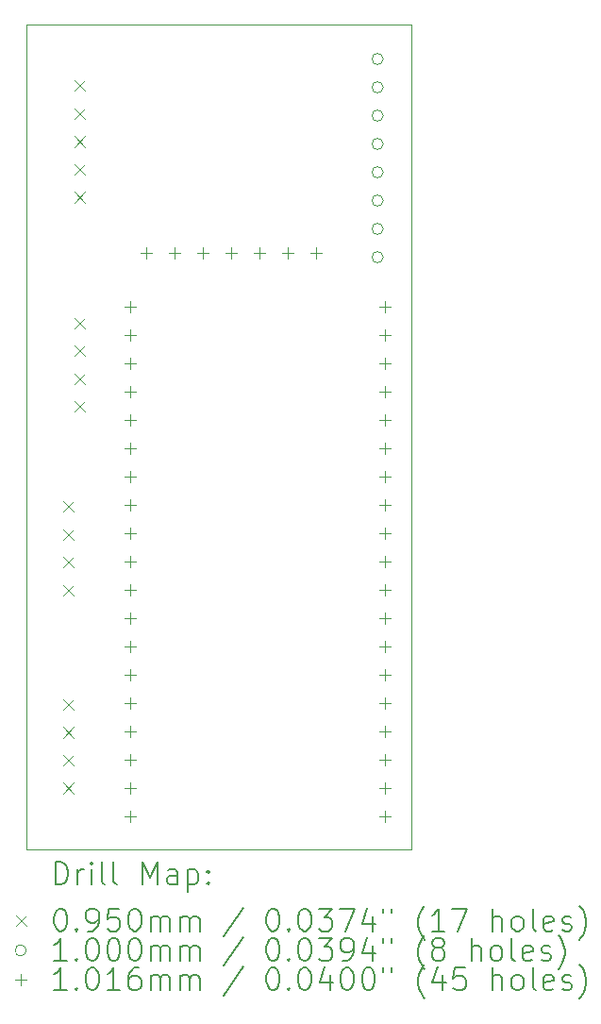
<source format=gbr>
%TF.GenerationSoftware,KiCad,Pcbnew,8.0.1*%
%TF.CreationDate,2024-04-28T12:45:51+02:00*%
%TF.ProjectId,MainControllerNodeMCU-32S,4d61696e-436f-46e7-9472-6f6c6c65724e,rev?*%
%TF.SameCoordinates,Original*%
%TF.FileFunction,Drillmap*%
%TF.FilePolarity,Positive*%
%FSLAX45Y45*%
G04 Gerber Fmt 4.5, Leading zero omitted, Abs format (unit mm)*
G04 Created by KiCad (PCBNEW 8.0.1) date 2024-04-28 12:45:51*
%MOMM*%
%LPD*%
G01*
G04 APERTURE LIST*
%ADD10C,0.050000*%
%ADD11C,0.200000*%
%ADD12C,0.100000*%
%ADD13C,0.101600*%
G04 APERTURE END LIST*
D10*
X13844680Y-6510380D02*
X17294680Y-6510380D01*
X17294680Y-13910380D01*
X13844680Y-13910380D01*
X13844680Y-6510380D01*
D11*
D12*
X14172180Y-10787880D02*
X14267180Y-10882880D01*
X14267180Y-10787880D02*
X14172180Y-10882880D01*
X14172180Y-11037880D02*
X14267180Y-11132880D01*
X14267180Y-11037880D02*
X14172180Y-11132880D01*
X14172180Y-11287880D02*
X14267180Y-11382880D01*
X14267180Y-11287880D02*
X14172180Y-11382880D01*
X14172180Y-11537880D02*
X14267180Y-11632880D01*
X14267180Y-11537880D02*
X14172180Y-11632880D01*
X14172180Y-12562880D02*
X14267180Y-12657880D01*
X14267180Y-12562880D02*
X14172180Y-12657880D01*
X14172180Y-12812880D02*
X14267180Y-12907880D01*
X14267180Y-12812880D02*
X14172180Y-12907880D01*
X14172180Y-13062880D02*
X14267180Y-13157880D01*
X14267180Y-13062880D02*
X14172180Y-13157880D01*
X14172180Y-13312880D02*
X14267180Y-13407880D01*
X14267180Y-13312880D02*
X14172180Y-13407880D01*
X14277180Y-7012880D02*
X14372180Y-7107880D01*
X14372180Y-7012880D02*
X14277180Y-7107880D01*
X14277180Y-7262880D02*
X14372180Y-7357880D01*
X14372180Y-7262880D02*
X14277180Y-7357880D01*
X14277180Y-7512880D02*
X14372180Y-7607880D01*
X14372180Y-7512880D02*
X14277180Y-7607880D01*
X14277180Y-7762880D02*
X14372180Y-7857880D01*
X14372180Y-7762880D02*
X14277180Y-7857880D01*
X14277180Y-8012880D02*
X14372180Y-8107880D01*
X14372180Y-8012880D02*
X14277180Y-8107880D01*
X14277180Y-9140380D02*
X14372180Y-9235380D01*
X14372180Y-9140380D02*
X14277180Y-9235380D01*
X14277180Y-9390380D02*
X14372180Y-9485380D01*
X14372180Y-9390380D02*
X14277180Y-9485380D01*
X14277180Y-9640380D02*
X14372180Y-9735380D01*
X14372180Y-9640380D02*
X14277180Y-9735380D01*
X14277180Y-9890380D02*
X14372180Y-9985380D01*
X14372180Y-9890380D02*
X14277180Y-9985380D01*
X17044680Y-6820380D02*
G75*
G02*
X16944680Y-6820380I-50000J0D01*
G01*
X16944680Y-6820380D02*
G75*
G02*
X17044680Y-6820380I50000J0D01*
G01*
X17044680Y-7074380D02*
G75*
G02*
X16944680Y-7074380I-50000J0D01*
G01*
X16944680Y-7074380D02*
G75*
G02*
X17044680Y-7074380I50000J0D01*
G01*
X17044680Y-7328380D02*
G75*
G02*
X16944680Y-7328380I-50000J0D01*
G01*
X16944680Y-7328380D02*
G75*
G02*
X17044680Y-7328380I50000J0D01*
G01*
X17044680Y-7582380D02*
G75*
G02*
X16944680Y-7582380I-50000J0D01*
G01*
X16944680Y-7582380D02*
G75*
G02*
X17044680Y-7582380I50000J0D01*
G01*
X17044680Y-7836380D02*
G75*
G02*
X16944680Y-7836380I-50000J0D01*
G01*
X16944680Y-7836380D02*
G75*
G02*
X17044680Y-7836380I50000J0D01*
G01*
X17044680Y-8090380D02*
G75*
G02*
X16944680Y-8090380I-50000J0D01*
G01*
X16944680Y-8090380D02*
G75*
G02*
X17044680Y-8090380I50000J0D01*
G01*
X17044680Y-8344380D02*
G75*
G02*
X16944680Y-8344380I-50000J0D01*
G01*
X16944680Y-8344380D02*
G75*
G02*
X17044680Y-8344380I50000J0D01*
G01*
X17044680Y-8598380D02*
G75*
G02*
X16944680Y-8598380I-50000J0D01*
G01*
X16944680Y-8598380D02*
G75*
G02*
X17044680Y-8598380I50000J0D01*
G01*
D13*
X14778440Y-8994380D02*
X14778440Y-9095980D01*
X14727640Y-9045180D02*
X14829240Y-9045180D01*
X14778440Y-9248380D02*
X14778440Y-9349980D01*
X14727640Y-9299180D02*
X14829240Y-9299180D01*
X14778440Y-9502380D02*
X14778440Y-9603980D01*
X14727640Y-9553180D02*
X14829240Y-9553180D01*
X14778440Y-9756380D02*
X14778440Y-9857980D01*
X14727640Y-9807180D02*
X14829240Y-9807180D01*
X14778440Y-10010380D02*
X14778440Y-10111980D01*
X14727640Y-10061180D02*
X14829240Y-10061180D01*
X14778440Y-10264380D02*
X14778440Y-10365980D01*
X14727640Y-10315180D02*
X14829240Y-10315180D01*
X14778440Y-10518380D02*
X14778440Y-10619980D01*
X14727640Y-10569180D02*
X14829240Y-10569180D01*
X14778440Y-10772380D02*
X14778440Y-10873980D01*
X14727640Y-10823180D02*
X14829240Y-10823180D01*
X14778440Y-11026380D02*
X14778440Y-11127980D01*
X14727640Y-11077180D02*
X14829240Y-11077180D01*
X14778440Y-11280380D02*
X14778440Y-11381980D01*
X14727640Y-11331180D02*
X14829240Y-11331180D01*
X14778440Y-11534380D02*
X14778440Y-11635980D01*
X14727640Y-11585180D02*
X14829240Y-11585180D01*
X14778440Y-11788380D02*
X14778440Y-11889980D01*
X14727640Y-11839180D02*
X14829240Y-11839180D01*
X14778440Y-12042380D02*
X14778440Y-12143980D01*
X14727640Y-12093180D02*
X14829240Y-12093180D01*
X14778440Y-12296380D02*
X14778440Y-12397980D01*
X14727640Y-12347180D02*
X14829240Y-12347180D01*
X14778440Y-12550380D02*
X14778440Y-12651980D01*
X14727640Y-12601180D02*
X14829240Y-12601180D01*
X14778440Y-12804380D02*
X14778440Y-12905980D01*
X14727640Y-12855180D02*
X14829240Y-12855180D01*
X14778440Y-13058380D02*
X14778440Y-13159980D01*
X14727640Y-13109180D02*
X14829240Y-13109180D01*
X14778440Y-13312380D02*
X14778440Y-13413980D01*
X14727640Y-13363180D02*
X14829240Y-13363180D01*
X14778440Y-13566380D02*
X14778440Y-13667980D01*
X14727640Y-13617180D02*
X14829240Y-13617180D01*
X14916000Y-8509580D02*
X14916000Y-8611180D01*
X14865200Y-8560380D02*
X14966800Y-8560380D01*
X15170000Y-8509580D02*
X15170000Y-8611180D01*
X15119200Y-8560380D02*
X15220800Y-8560380D01*
X15424000Y-8509580D02*
X15424000Y-8611180D01*
X15373200Y-8560380D02*
X15474800Y-8560380D01*
X15678000Y-8509580D02*
X15678000Y-8611180D01*
X15627200Y-8560380D02*
X15728800Y-8560380D01*
X15932000Y-8509580D02*
X15932000Y-8611180D01*
X15881200Y-8560380D02*
X15982800Y-8560380D01*
X16186000Y-8509580D02*
X16186000Y-8611180D01*
X16135200Y-8560380D02*
X16236800Y-8560380D01*
X16440000Y-8509580D02*
X16440000Y-8611180D01*
X16389200Y-8560380D02*
X16490800Y-8560380D01*
X17064440Y-8994380D02*
X17064440Y-9095980D01*
X17013640Y-9045180D02*
X17115240Y-9045180D01*
X17064440Y-9248380D02*
X17064440Y-9349980D01*
X17013640Y-9299180D02*
X17115240Y-9299180D01*
X17064440Y-9502380D02*
X17064440Y-9603980D01*
X17013640Y-9553180D02*
X17115240Y-9553180D01*
X17064440Y-9756380D02*
X17064440Y-9857980D01*
X17013640Y-9807180D02*
X17115240Y-9807180D01*
X17064440Y-10010380D02*
X17064440Y-10111980D01*
X17013640Y-10061180D02*
X17115240Y-10061180D01*
X17064440Y-10264380D02*
X17064440Y-10365980D01*
X17013640Y-10315180D02*
X17115240Y-10315180D01*
X17064440Y-10518380D02*
X17064440Y-10619980D01*
X17013640Y-10569180D02*
X17115240Y-10569180D01*
X17064440Y-10772380D02*
X17064440Y-10873980D01*
X17013640Y-10823180D02*
X17115240Y-10823180D01*
X17064440Y-11026380D02*
X17064440Y-11127980D01*
X17013640Y-11077180D02*
X17115240Y-11077180D01*
X17064440Y-11280380D02*
X17064440Y-11381980D01*
X17013640Y-11331180D02*
X17115240Y-11331180D01*
X17064440Y-11534380D02*
X17064440Y-11635980D01*
X17013640Y-11585180D02*
X17115240Y-11585180D01*
X17064440Y-11788380D02*
X17064440Y-11889980D01*
X17013640Y-11839180D02*
X17115240Y-11839180D01*
X17064440Y-12042380D02*
X17064440Y-12143980D01*
X17013640Y-12093180D02*
X17115240Y-12093180D01*
X17064440Y-12296380D02*
X17064440Y-12397980D01*
X17013640Y-12347180D02*
X17115240Y-12347180D01*
X17064440Y-12550380D02*
X17064440Y-12651980D01*
X17013640Y-12601180D02*
X17115240Y-12601180D01*
X17064440Y-12804380D02*
X17064440Y-12905980D01*
X17013640Y-12855180D02*
X17115240Y-12855180D01*
X17064440Y-13058380D02*
X17064440Y-13159980D01*
X17013640Y-13109180D02*
X17115240Y-13109180D01*
X17064440Y-13312380D02*
X17064440Y-13413980D01*
X17013640Y-13363180D02*
X17115240Y-13363180D01*
X17064440Y-13566380D02*
X17064440Y-13667980D01*
X17013640Y-13617180D02*
X17115240Y-13617180D01*
D11*
X14102957Y-14224364D02*
X14102957Y-14024364D01*
X14102957Y-14024364D02*
X14150576Y-14024364D01*
X14150576Y-14024364D02*
X14179147Y-14033888D01*
X14179147Y-14033888D02*
X14198195Y-14052935D01*
X14198195Y-14052935D02*
X14207719Y-14071983D01*
X14207719Y-14071983D02*
X14217242Y-14110078D01*
X14217242Y-14110078D02*
X14217242Y-14138649D01*
X14217242Y-14138649D02*
X14207719Y-14176745D01*
X14207719Y-14176745D02*
X14198195Y-14195792D01*
X14198195Y-14195792D02*
X14179147Y-14214840D01*
X14179147Y-14214840D02*
X14150576Y-14224364D01*
X14150576Y-14224364D02*
X14102957Y-14224364D01*
X14302957Y-14224364D02*
X14302957Y-14091030D01*
X14302957Y-14129126D02*
X14312481Y-14110078D01*
X14312481Y-14110078D02*
X14322004Y-14100554D01*
X14322004Y-14100554D02*
X14341052Y-14091030D01*
X14341052Y-14091030D02*
X14360100Y-14091030D01*
X14426766Y-14224364D02*
X14426766Y-14091030D01*
X14426766Y-14024364D02*
X14417242Y-14033888D01*
X14417242Y-14033888D02*
X14426766Y-14043411D01*
X14426766Y-14043411D02*
X14436290Y-14033888D01*
X14436290Y-14033888D02*
X14426766Y-14024364D01*
X14426766Y-14024364D02*
X14426766Y-14043411D01*
X14550576Y-14224364D02*
X14531528Y-14214840D01*
X14531528Y-14214840D02*
X14522004Y-14195792D01*
X14522004Y-14195792D02*
X14522004Y-14024364D01*
X14655338Y-14224364D02*
X14636290Y-14214840D01*
X14636290Y-14214840D02*
X14626766Y-14195792D01*
X14626766Y-14195792D02*
X14626766Y-14024364D01*
X14883909Y-14224364D02*
X14883909Y-14024364D01*
X14883909Y-14024364D02*
X14950576Y-14167221D01*
X14950576Y-14167221D02*
X15017242Y-14024364D01*
X15017242Y-14024364D02*
X15017242Y-14224364D01*
X15198195Y-14224364D02*
X15198195Y-14119602D01*
X15198195Y-14119602D02*
X15188671Y-14100554D01*
X15188671Y-14100554D02*
X15169623Y-14091030D01*
X15169623Y-14091030D02*
X15131528Y-14091030D01*
X15131528Y-14091030D02*
X15112481Y-14100554D01*
X15198195Y-14214840D02*
X15179147Y-14224364D01*
X15179147Y-14224364D02*
X15131528Y-14224364D01*
X15131528Y-14224364D02*
X15112481Y-14214840D01*
X15112481Y-14214840D02*
X15102957Y-14195792D01*
X15102957Y-14195792D02*
X15102957Y-14176745D01*
X15102957Y-14176745D02*
X15112481Y-14157697D01*
X15112481Y-14157697D02*
X15131528Y-14148173D01*
X15131528Y-14148173D02*
X15179147Y-14148173D01*
X15179147Y-14148173D02*
X15198195Y-14138649D01*
X15293433Y-14091030D02*
X15293433Y-14291030D01*
X15293433Y-14100554D02*
X15312481Y-14091030D01*
X15312481Y-14091030D02*
X15350576Y-14091030D01*
X15350576Y-14091030D02*
X15369623Y-14100554D01*
X15369623Y-14100554D02*
X15379147Y-14110078D01*
X15379147Y-14110078D02*
X15388671Y-14129126D01*
X15388671Y-14129126D02*
X15388671Y-14186268D01*
X15388671Y-14186268D02*
X15379147Y-14205316D01*
X15379147Y-14205316D02*
X15369623Y-14214840D01*
X15369623Y-14214840D02*
X15350576Y-14224364D01*
X15350576Y-14224364D02*
X15312481Y-14224364D01*
X15312481Y-14224364D02*
X15293433Y-14214840D01*
X15474385Y-14205316D02*
X15483909Y-14214840D01*
X15483909Y-14214840D02*
X15474385Y-14224364D01*
X15474385Y-14224364D02*
X15464862Y-14214840D01*
X15464862Y-14214840D02*
X15474385Y-14205316D01*
X15474385Y-14205316D02*
X15474385Y-14224364D01*
X15474385Y-14100554D02*
X15483909Y-14110078D01*
X15483909Y-14110078D02*
X15474385Y-14119602D01*
X15474385Y-14119602D02*
X15464862Y-14110078D01*
X15464862Y-14110078D02*
X15474385Y-14100554D01*
X15474385Y-14100554D02*
X15474385Y-14119602D01*
D12*
X13747180Y-14505380D02*
X13842180Y-14600380D01*
X13842180Y-14505380D02*
X13747180Y-14600380D01*
D11*
X14141052Y-14444364D02*
X14160100Y-14444364D01*
X14160100Y-14444364D02*
X14179147Y-14453888D01*
X14179147Y-14453888D02*
X14188671Y-14463411D01*
X14188671Y-14463411D02*
X14198195Y-14482459D01*
X14198195Y-14482459D02*
X14207719Y-14520554D01*
X14207719Y-14520554D02*
X14207719Y-14568173D01*
X14207719Y-14568173D02*
X14198195Y-14606268D01*
X14198195Y-14606268D02*
X14188671Y-14625316D01*
X14188671Y-14625316D02*
X14179147Y-14634840D01*
X14179147Y-14634840D02*
X14160100Y-14644364D01*
X14160100Y-14644364D02*
X14141052Y-14644364D01*
X14141052Y-14644364D02*
X14122004Y-14634840D01*
X14122004Y-14634840D02*
X14112481Y-14625316D01*
X14112481Y-14625316D02*
X14102957Y-14606268D01*
X14102957Y-14606268D02*
X14093433Y-14568173D01*
X14093433Y-14568173D02*
X14093433Y-14520554D01*
X14093433Y-14520554D02*
X14102957Y-14482459D01*
X14102957Y-14482459D02*
X14112481Y-14463411D01*
X14112481Y-14463411D02*
X14122004Y-14453888D01*
X14122004Y-14453888D02*
X14141052Y-14444364D01*
X14293433Y-14625316D02*
X14302957Y-14634840D01*
X14302957Y-14634840D02*
X14293433Y-14644364D01*
X14293433Y-14644364D02*
X14283909Y-14634840D01*
X14283909Y-14634840D02*
X14293433Y-14625316D01*
X14293433Y-14625316D02*
X14293433Y-14644364D01*
X14398195Y-14644364D02*
X14436290Y-14644364D01*
X14436290Y-14644364D02*
X14455338Y-14634840D01*
X14455338Y-14634840D02*
X14464862Y-14625316D01*
X14464862Y-14625316D02*
X14483909Y-14596745D01*
X14483909Y-14596745D02*
X14493433Y-14558649D01*
X14493433Y-14558649D02*
X14493433Y-14482459D01*
X14493433Y-14482459D02*
X14483909Y-14463411D01*
X14483909Y-14463411D02*
X14474385Y-14453888D01*
X14474385Y-14453888D02*
X14455338Y-14444364D01*
X14455338Y-14444364D02*
X14417242Y-14444364D01*
X14417242Y-14444364D02*
X14398195Y-14453888D01*
X14398195Y-14453888D02*
X14388671Y-14463411D01*
X14388671Y-14463411D02*
X14379147Y-14482459D01*
X14379147Y-14482459D02*
X14379147Y-14530078D01*
X14379147Y-14530078D02*
X14388671Y-14549126D01*
X14388671Y-14549126D02*
X14398195Y-14558649D01*
X14398195Y-14558649D02*
X14417242Y-14568173D01*
X14417242Y-14568173D02*
X14455338Y-14568173D01*
X14455338Y-14568173D02*
X14474385Y-14558649D01*
X14474385Y-14558649D02*
X14483909Y-14549126D01*
X14483909Y-14549126D02*
X14493433Y-14530078D01*
X14674385Y-14444364D02*
X14579147Y-14444364D01*
X14579147Y-14444364D02*
X14569623Y-14539602D01*
X14569623Y-14539602D02*
X14579147Y-14530078D01*
X14579147Y-14530078D02*
X14598195Y-14520554D01*
X14598195Y-14520554D02*
X14645814Y-14520554D01*
X14645814Y-14520554D02*
X14664862Y-14530078D01*
X14664862Y-14530078D02*
X14674385Y-14539602D01*
X14674385Y-14539602D02*
X14683909Y-14558649D01*
X14683909Y-14558649D02*
X14683909Y-14606268D01*
X14683909Y-14606268D02*
X14674385Y-14625316D01*
X14674385Y-14625316D02*
X14664862Y-14634840D01*
X14664862Y-14634840D02*
X14645814Y-14644364D01*
X14645814Y-14644364D02*
X14598195Y-14644364D01*
X14598195Y-14644364D02*
X14579147Y-14634840D01*
X14579147Y-14634840D02*
X14569623Y-14625316D01*
X14807719Y-14444364D02*
X14826766Y-14444364D01*
X14826766Y-14444364D02*
X14845814Y-14453888D01*
X14845814Y-14453888D02*
X14855338Y-14463411D01*
X14855338Y-14463411D02*
X14864862Y-14482459D01*
X14864862Y-14482459D02*
X14874385Y-14520554D01*
X14874385Y-14520554D02*
X14874385Y-14568173D01*
X14874385Y-14568173D02*
X14864862Y-14606268D01*
X14864862Y-14606268D02*
X14855338Y-14625316D01*
X14855338Y-14625316D02*
X14845814Y-14634840D01*
X14845814Y-14634840D02*
X14826766Y-14644364D01*
X14826766Y-14644364D02*
X14807719Y-14644364D01*
X14807719Y-14644364D02*
X14788671Y-14634840D01*
X14788671Y-14634840D02*
X14779147Y-14625316D01*
X14779147Y-14625316D02*
X14769623Y-14606268D01*
X14769623Y-14606268D02*
X14760100Y-14568173D01*
X14760100Y-14568173D02*
X14760100Y-14520554D01*
X14760100Y-14520554D02*
X14769623Y-14482459D01*
X14769623Y-14482459D02*
X14779147Y-14463411D01*
X14779147Y-14463411D02*
X14788671Y-14453888D01*
X14788671Y-14453888D02*
X14807719Y-14444364D01*
X14960100Y-14644364D02*
X14960100Y-14511030D01*
X14960100Y-14530078D02*
X14969623Y-14520554D01*
X14969623Y-14520554D02*
X14988671Y-14511030D01*
X14988671Y-14511030D02*
X15017243Y-14511030D01*
X15017243Y-14511030D02*
X15036290Y-14520554D01*
X15036290Y-14520554D02*
X15045814Y-14539602D01*
X15045814Y-14539602D02*
X15045814Y-14644364D01*
X15045814Y-14539602D02*
X15055338Y-14520554D01*
X15055338Y-14520554D02*
X15074385Y-14511030D01*
X15074385Y-14511030D02*
X15102957Y-14511030D01*
X15102957Y-14511030D02*
X15122004Y-14520554D01*
X15122004Y-14520554D02*
X15131528Y-14539602D01*
X15131528Y-14539602D02*
X15131528Y-14644364D01*
X15226766Y-14644364D02*
X15226766Y-14511030D01*
X15226766Y-14530078D02*
X15236290Y-14520554D01*
X15236290Y-14520554D02*
X15255338Y-14511030D01*
X15255338Y-14511030D02*
X15283909Y-14511030D01*
X15283909Y-14511030D02*
X15302957Y-14520554D01*
X15302957Y-14520554D02*
X15312481Y-14539602D01*
X15312481Y-14539602D02*
X15312481Y-14644364D01*
X15312481Y-14539602D02*
X15322004Y-14520554D01*
X15322004Y-14520554D02*
X15341052Y-14511030D01*
X15341052Y-14511030D02*
X15369623Y-14511030D01*
X15369623Y-14511030D02*
X15388671Y-14520554D01*
X15388671Y-14520554D02*
X15398195Y-14539602D01*
X15398195Y-14539602D02*
X15398195Y-14644364D01*
X15788671Y-14434840D02*
X15617243Y-14691983D01*
X16045814Y-14444364D02*
X16064862Y-14444364D01*
X16064862Y-14444364D02*
X16083909Y-14453888D01*
X16083909Y-14453888D02*
X16093433Y-14463411D01*
X16093433Y-14463411D02*
X16102957Y-14482459D01*
X16102957Y-14482459D02*
X16112481Y-14520554D01*
X16112481Y-14520554D02*
X16112481Y-14568173D01*
X16112481Y-14568173D02*
X16102957Y-14606268D01*
X16102957Y-14606268D02*
X16093433Y-14625316D01*
X16093433Y-14625316D02*
X16083909Y-14634840D01*
X16083909Y-14634840D02*
X16064862Y-14644364D01*
X16064862Y-14644364D02*
X16045814Y-14644364D01*
X16045814Y-14644364D02*
X16026766Y-14634840D01*
X16026766Y-14634840D02*
X16017243Y-14625316D01*
X16017243Y-14625316D02*
X16007719Y-14606268D01*
X16007719Y-14606268D02*
X15998195Y-14568173D01*
X15998195Y-14568173D02*
X15998195Y-14520554D01*
X15998195Y-14520554D02*
X16007719Y-14482459D01*
X16007719Y-14482459D02*
X16017243Y-14463411D01*
X16017243Y-14463411D02*
X16026766Y-14453888D01*
X16026766Y-14453888D02*
X16045814Y-14444364D01*
X16198195Y-14625316D02*
X16207719Y-14634840D01*
X16207719Y-14634840D02*
X16198195Y-14644364D01*
X16198195Y-14644364D02*
X16188671Y-14634840D01*
X16188671Y-14634840D02*
X16198195Y-14625316D01*
X16198195Y-14625316D02*
X16198195Y-14644364D01*
X16331528Y-14444364D02*
X16350576Y-14444364D01*
X16350576Y-14444364D02*
X16369624Y-14453888D01*
X16369624Y-14453888D02*
X16379147Y-14463411D01*
X16379147Y-14463411D02*
X16388671Y-14482459D01*
X16388671Y-14482459D02*
X16398195Y-14520554D01*
X16398195Y-14520554D02*
X16398195Y-14568173D01*
X16398195Y-14568173D02*
X16388671Y-14606268D01*
X16388671Y-14606268D02*
X16379147Y-14625316D01*
X16379147Y-14625316D02*
X16369624Y-14634840D01*
X16369624Y-14634840D02*
X16350576Y-14644364D01*
X16350576Y-14644364D02*
X16331528Y-14644364D01*
X16331528Y-14644364D02*
X16312481Y-14634840D01*
X16312481Y-14634840D02*
X16302957Y-14625316D01*
X16302957Y-14625316D02*
X16293433Y-14606268D01*
X16293433Y-14606268D02*
X16283909Y-14568173D01*
X16283909Y-14568173D02*
X16283909Y-14520554D01*
X16283909Y-14520554D02*
X16293433Y-14482459D01*
X16293433Y-14482459D02*
X16302957Y-14463411D01*
X16302957Y-14463411D02*
X16312481Y-14453888D01*
X16312481Y-14453888D02*
X16331528Y-14444364D01*
X16464862Y-14444364D02*
X16588671Y-14444364D01*
X16588671Y-14444364D02*
X16522005Y-14520554D01*
X16522005Y-14520554D02*
X16550576Y-14520554D01*
X16550576Y-14520554D02*
X16569624Y-14530078D01*
X16569624Y-14530078D02*
X16579147Y-14539602D01*
X16579147Y-14539602D02*
X16588671Y-14558649D01*
X16588671Y-14558649D02*
X16588671Y-14606268D01*
X16588671Y-14606268D02*
X16579147Y-14625316D01*
X16579147Y-14625316D02*
X16569624Y-14634840D01*
X16569624Y-14634840D02*
X16550576Y-14644364D01*
X16550576Y-14644364D02*
X16493433Y-14644364D01*
X16493433Y-14644364D02*
X16474386Y-14634840D01*
X16474386Y-14634840D02*
X16464862Y-14625316D01*
X16655338Y-14444364D02*
X16788671Y-14444364D01*
X16788671Y-14444364D02*
X16702957Y-14644364D01*
X16950576Y-14511030D02*
X16950576Y-14644364D01*
X16902957Y-14434840D02*
X16855338Y-14577697D01*
X16855338Y-14577697D02*
X16979148Y-14577697D01*
X17045814Y-14444364D02*
X17045814Y-14482459D01*
X17122005Y-14444364D02*
X17122005Y-14482459D01*
X17417243Y-14720554D02*
X17407719Y-14711030D01*
X17407719Y-14711030D02*
X17388671Y-14682459D01*
X17388671Y-14682459D02*
X17379148Y-14663411D01*
X17379148Y-14663411D02*
X17369624Y-14634840D01*
X17369624Y-14634840D02*
X17360100Y-14587221D01*
X17360100Y-14587221D02*
X17360100Y-14549126D01*
X17360100Y-14549126D02*
X17369624Y-14501507D01*
X17369624Y-14501507D02*
X17379148Y-14472935D01*
X17379148Y-14472935D02*
X17388671Y-14453888D01*
X17388671Y-14453888D02*
X17407719Y-14425316D01*
X17407719Y-14425316D02*
X17417243Y-14415792D01*
X17598195Y-14644364D02*
X17483910Y-14644364D01*
X17541052Y-14644364D02*
X17541052Y-14444364D01*
X17541052Y-14444364D02*
X17522005Y-14472935D01*
X17522005Y-14472935D02*
X17502957Y-14491983D01*
X17502957Y-14491983D02*
X17483910Y-14501507D01*
X17664862Y-14444364D02*
X17798195Y-14444364D01*
X17798195Y-14444364D02*
X17712481Y-14644364D01*
X18026767Y-14644364D02*
X18026767Y-14444364D01*
X18112481Y-14644364D02*
X18112481Y-14539602D01*
X18112481Y-14539602D02*
X18102957Y-14520554D01*
X18102957Y-14520554D02*
X18083910Y-14511030D01*
X18083910Y-14511030D02*
X18055338Y-14511030D01*
X18055338Y-14511030D02*
X18036291Y-14520554D01*
X18036291Y-14520554D02*
X18026767Y-14530078D01*
X18236291Y-14644364D02*
X18217243Y-14634840D01*
X18217243Y-14634840D02*
X18207719Y-14625316D01*
X18207719Y-14625316D02*
X18198195Y-14606268D01*
X18198195Y-14606268D02*
X18198195Y-14549126D01*
X18198195Y-14549126D02*
X18207719Y-14530078D01*
X18207719Y-14530078D02*
X18217243Y-14520554D01*
X18217243Y-14520554D02*
X18236291Y-14511030D01*
X18236291Y-14511030D02*
X18264862Y-14511030D01*
X18264862Y-14511030D02*
X18283910Y-14520554D01*
X18283910Y-14520554D02*
X18293433Y-14530078D01*
X18293433Y-14530078D02*
X18302957Y-14549126D01*
X18302957Y-14549126D02*
X18302957Y-14606268D01*
X18302957Y-14606268D02*
X18293433Y-14625316D01*
X18293433Y-14625316D02*
X18283910Y-14634840D01*
X18283910Y-14634840D02*
X18264862Y-14644364D01*
X18264862Y-14644364D02*
X18236291Y-14644364D01*
X18417243Y-14644364D02*
X18398195Y-14634840D01*
X18398195Y-14634840D02*
X18388672Y-14615792D01*
X18388672Y-14615792D02*
X18388672Y-14444364D01*
X18569624Y-14634840D02*
X18550576Y-14644364D01*
X18550576Y-14644364D02*
X18512481Y-14644364D01*
X18512481Y-14644364D02*
X18493433Y-14634840D01*
X18493433Y-14634840D02*
X18483910Y-14615792D01*
X18483910Y-14615792D02*
X18483910Y-14539602D01*
X18483910Y-14539602D02*
X18493433Y-14520554D01*
X18493433Y-14520554D02*
X18512481Y-14511030D01*
X18512481Y-14511030D02*
X18550576Y-14511030D01*
X18550576Y-14511030D02*
X18569624Y-14520554D01*
X18569624Y-14520554D02*
X18579148Y-14539602D01*
X18579148Y-14539602D02*
X18579148Y-14558649D01*
X18579148Y-14558649D02*
X18483910Y-14577697D01*
X18655338Y-14634840D02*
X18674386Y-14644364D01*
X18674386Y-14644364D02*
X18712481Y-14644364D01*
X18712481Y-14644364D02*
X18731529Y-14634840D01*
X18731529Y-14634840D02*
X18741053Y-14615792D01*
X18741053Y-14615792D02*
X18741053Y-14606268D01*
X18741053Y-14606268D02*
X18731529Y-14587221D01*
X18731529Y-14587221D02*
X18712481Y-14577697D01*
X18712481Y-14577697D02*
X18683910Y-14577697D01*
X18683910Y-14577697D02*
X18664862Y-14568173D01*
X18664862Y-14568173D02*
X18655338Y-14549126D01*
X18655338Y-14549126D02*
X18655338Y-14539602D01*
X18655338Y-14539602D02*
X18664862Y-14520554D01*
X18664862Y-14520554D02*
X18683910Y-14511030D01*
X18683910Y-14511030D02*
X18712481Y-14511030D01*
X18712481Y-14511030D02*
X18731529Y-14520554D01*
X18807719Y-14720554D02*
X18817243Y-14711030D01*
X18817243Y-14711030D02*
X18836291Y-14682459D01*
X18836291Y-14682459D02*
X18845814Y-14663411D01*
X18845814Y-14663411D02*
X18855338Y-14634840D01*
X18855338Y-14634840D02*
X18864862Y-14587221D01*
X18864862Y-14587221D02*
X18864862Y-14549126D01*
X18864862Y-14549126D02*
X18855338Y-14501507D01*
X18855338Y-14501507D02*
X18845814Y-14472935D01*
X18845814Y-14472935D02*
X18836291Y-14453888D01*
X18836291Y-14453888D02*
X18817243Y-14425316D01*
X18817243Y-14425316D02*
X18807719Y-14415792D01*
D12*
X13842180Y-14816880D02*
G75*
G02*
X13742180Y-14816880I-50000J0D01*
G01*
X13742180Y-14816880D02*
G75*
G02*
X13842180Y-14816880I50000J0D01*
G01*
D11*
X14207719Y-14908364D02*
X14093433Y-14908364D01*
X14150576Y-14908364D02*
X14150576Y-14708364D01*
X14150576Y-14708364D02*
X14131528Y-14736935D01*
X14131528Y-14736935D02*
X14112481Y-14755983D01*
X14112481Y-14755983D02*
X14093433Y-14765507D01*
X14293433Y-14889316D02*
X14302957Y-14898840D01*
X14302957Y-14898840D02*
X14293433Y-14908364D01*
X14293433Y-14908364D02*
X14283909Y-14898840D01*
X14283909Y-14898840D02*
X14293433Y-14889316D01*
X14293433Y-14889316D02*
X14293433Y-14908364D01*
X14426766Y-14708364D02*
X14445814Y-14708364D01*
X14445814Y-14708364D02*
X14464862Y-14717888D01*
X14464862Y-14717888D02*
X14474385Y-14727411D01*
X14474385Y-14727411D02*
X14483909Y-14746459D01*
X14483909Y-14746459D02*
X14493433Y-14784554D01*
X14493433Y-14784554D02*
X14493433Y-14832173D01*
X14493433Y-14832173D02*
X14483909Y-14870268D01*
X14483909Y-14870268D02*
X14474385Y-14889316D01*
X14474385Y-14889316D02*
X14464862Y-14898840D01*
X14464862Y-14898840D02*
X14445814Y-14908364D01*
X14445814Y-14908364D02*
X14426766Y-14908364D01*
X14426766Y-14908364D02*
X14407719Y-14898840D01*
X14407719Y-14898840D02*
X14398195Y-14889316D01*
X14398195Y-14889316D02*
X14388671Y-14870268D01*
X14388671Y-14870268D02*
X14379147Y-14832173D01*
X14379147Y-14832173D02*
X14379147Y-14784554D01*
X14379147Y-14784554D02*
X14388671Y-14746459D01*
X14388671Y-14746459D02*
X14398195Y-14727411D01*
X14398195Y-14727411D02*
X14407719Y-14717888D01*
X14407719Y-14717888D02*
X14426766Y-14708364D01*
X14617242Y-14708364D02*
X14636290Y-14708364D01*
X14636290Y-14708364D02*
X14655338Y-14717888D01*
X14655338Y-14717888D02*
X14664862Y-14727411D01*
X14664862Y-14727411D02*
X14674385Y-14746459D01*
X14674385Y-14746459D02*
X14683909Y-14784554D01*
X14683909Y-14784554D02*
X14683909Y-14832173D01*
X14683909Y-14832173D02*
X14674385Y-14870268D01*
X14674385Y-14870268D02*
X14664862Y-14889316D01*
X14664862Y-14889316D02*
X14655338Y-14898840D01*
X14655338Y-14898840D02*
X14636290Y-14908364D01*
X14636290Y-14908364D02*
X14617242Y-14908364D01*
X14617242Y-14908364D02*
X14598195Y-14898840D01*
X14598195Y-14898840D02*
X14588671Y-14889316D01*
X14588671Y-14889316D02*
X14579147Y-14870268D01*
X14579147Y-14870268D02*
X14569623Y-14832173D01*
X14569623Y-14832173D02*
X14569623Y-14784554D01*
X14569623Y-14784554D02*
X14579147Y-14746459D01*
X14579147Y-14746459D02*
X14588671Y-14727411D01*
X14588671Y-14727411D02*
X14598195Y-14717888D01*
X14598195Y-14717888D02*
X14617242Y-14708364D01*
X14807719Y-14708364D02*
X14826766Y-14708364D01*
X14826766Y-14708364D02*
X14845814Y-14717888D01*
X14845814Y-14717888D02*
X14855338Y-14727411D01*
X14855338Y-14727411D02*
X14864862Y-14746459D01*
X14864862Y-14746459D02*
X14874385Y-14784554D01*
X14874385Y-14784554D02*
X14874385Y-14832173D01*
X14874385Y-14832173D02*
X14864862Y-14870268D01*
X14864862Y-14870268D02*
X14855338Y-14889316D01*
X14855338Y-14889316D02*
X14845814Y-14898840D01*
X14845814Y-14898840D02*
X14826766Y-14908364D01*
X14826766Y-14908364D02*
X14807719Y-14908364D01*
X14807719Y-14908364D02*
X14788671Y-14898840D01*
X14788671Y-14898840D02*
X14779147Y-14889316D01*
X14779147Y-14889316D02*
X14769623Y-14870268D01*
X14769623Y-14870268D02*
X14760100Y-14832173D01*
X14760100Y-14832173D02*
X14760100Y-14784554D01*
X14760100Y-14784554D02*
X14769623Y-14746459D01*
X14769623Y-14746459D02*
X14779147Y-14727411D01*
X14779147Y-14727411D02*
X14788671Y-14717888D01*
X14788671Y-14717888D02*
X14807719Y-14708364D01*
X14960100Y-14908364D02*
X14960100Y-14775030D01*
X14960100Y-14794078D02*
X14969623Y-14784554D01*
X14969623Y-14784554D02*
X14988671Y-14775030D01*
X14988671Y-14775030D02*
X15017243Y-14775030D01*
X15017243Y-14775030D02*
X15036290Y-14784554D01*
X15036290Y-14784554D02*
X15045814Y-14803602D01*
X15045814Y-14803602D02*
X15045814Y-14908364D01*
X15045814Y-14803602D02*
X15055338Y-14784554D01*
X15055338Y-14784554D02*
X15074385Y-14775030D01*
X15074385Y-14775030D02*
X15102957Y-14775030D01*
X15102957Y-14775030D02*
X15122004Y-14784554D01*
X15122004Y-14784554D02*
X15131528Y-14803602D01*
X15131528Y-14803602D02*
X15131528Y-14908364D01*
X15226766Y-14908364D02*
X15226766Y-14775030D01*
X15226766Y-14794078D02*
X15236290Y-14784554D01*
X15236290Y-14784554D02*
X15255338Y-14775030D01*
X15255338Y-14775030D02*
X15283909Y-14775030D01*
X15283909Y-14775030D02*
X15302957Y-14784554D01*
X15302957Y-14784554D02*
X15312481Y-14803602D01*
X15312481Y-14803602D02*
X15312481Y-14908364D01*
X15312481Y-14803602D02*
X15322004Y-14784554D01*
X15322004Y-14784554D02*
X15341052Y-14775030D01*
X15341052Y-14775030D02*
X15369623Y-14775030D01*
X15369623Y-14775030D02*
X15388671Y-14784554D01*
X15388671Y-14784554D02*
X15398195Y-14803602D01*
X15398195Y-14803602D02*
X15398195Y-14908364D01*
X15788671Y-14698840D02*
X15617243Y-14955983D01*
X16045814Y-14708364D02*
X16064862Y-14708364D01*
X16064862Y-14708364D02*
X16083909Y-14717888D01*
X16083909Y-14717888D02*
X16093433Y-14727411D01*
X16093433Y-14727411D02*
X16102957Y-14746459D01*
X16102957Y-14746459D02*
X16112481Y-14784554D01*
X16112481Y-14784554D02*
X16112481Y-14832173D01*
X16112481Y-14832173D02*
X16102957Y-14870268D01*
X16102957Y-14870268D02*
X16093433Y-14889316D01*
X16093433Y-14889316D02*
X16083909Y-14898840D01*
X16083909Y-14898840D02*
X16064862Y-14908364D01*
X16064862Y-14908364D02*
X16045814Y-14908364D01*
X16045814Y-14908364D02*
X16026766Y-14898840D01*
X16026766Y-14898840D02*
X16017243Y-14889316D01*
X16017243Y-14889316D02*
X16007719Y-14870268D01*
X16007719Y-14870268D02*
X15998195Y-14832173D01*
X15998195Y-14832173D02*
X15998195Y-14784554D01*
X15998195Y-14784554D02*
X16007719Y-14746459D01*
X16007719Y-14746459D02*
X16017243Y-14727411D01*
X16017243Y-14727411D02*
X16026766Y-14717888D01*
X16026766Y-14717888D02*
X16045814Y-14708364D01*
X16198195Y-14889316D02*
X16207719Y-14898840D01*
X16207719Y-14898840D02*
X16198195Y-14908364D01*
X16198195Y-14908364D02*
X16188671Y-14898840D01*
X16188671Y-14898840D02*
X16198195Y-14889316D01*
X16198195Y-14889316D02*
X16198195Y-14908364D01*
X16331528Y-14708364D02*
X16350576Y-14708364D01*
X16350576Y-14708364D02*
X16369624Y-14717888D01*
X16369624Y-14717888D02*
X16379147Y-14727411D01*
X16379147Y-14727411D02*
X16388671Y-14746459D01*
X16388671Y-14746459D02*
X16398195Y-14784554D01*
X16398195Y-14784554D02*
X16398195Y-14832173D01*
X16398195Y-14832173D02*
X16388671Y-14870268D01*
X16388671Y-14870268D02*
X16379147Y-14889316D01*
X16379147Y-14889316D02*
X16369624Y-14898840D01*
X16369624Y-14898840D02*
X16350576Y-14908364D01*
X16350576Y-14908364D02*
X16331528Y-14908364D01*
X16331528Y-14908364D02*
X16312481Y-14898840D01*
X16312481Y-14898840D02*
X16302957Y-14889316D01*
X16302957Y-14889316D02*
X16293433Y-14870268D01*
X16293433Y-14870268D02*
X16283909Y-14832173D01*
X16283909Y-14832173D02*
X16283909Y-14784554D01*
X16283909Y-14784554D02*
X16293433Y-14746459D01*
X16293433Y-14746459D02*
X16302957Y-14727411D01*
X16302957Y-14727411D02*
X16312481Y-14717888D01*
X16312481Y-14717888D02*
X16331528Y-14708364D01*
X16464862Y-14708364D02*
X16588671Y-14708364D01*
X16588671Y-14708364D02*
X16522005Y-14784554D01*
X16522005Y-14784554D02*
X16550576Y-14784554D01*
X16550576Y-14784554D02*
X16569624Y-14794078D01*
X16569624Y-14794078D02*
X16579147Y-14803602D01*
X16579147Y-14803602D02*
X16588671Y-14822649D01*
X16588671Y-14822649D02*
X16588671Y-14870268D01*
X16588671Y-14870268D02*
X16579147Y-14889316D01*
X16579147Y-14889316D02*
X16569624Y-14898840D01*
X16569624Y-14898840D02*
X16550576Y-14908364D01*
X16550576Y-14908364D02*
X16493433Y-14908364D01*
X16493433Y-14908364D02*
X16474386Y-14898840D01*
X16474386Y-14898840D02*
X16464862Y-14889316D01*
X16683909Y-14908364D02*
X16722005Y-14908364D01*
X16722005Y-14908364D02*
X16741052Y-14898840D01*
X16741052Y-14898840D02*
X16750576Y-14889316D01*
X16750576Y-14889316D02*
X16769624Y-14860745D01*
X16769624Y-14860745D02*
X16779148Y-14822649D01*
X16779148Y-14822649D02*
X16779148Y-14746459D01*
X16779148Y-14746459D02*
X16769624Y-14727411D01*
X16769624Y-14727411D02*
X16760100Y-14717888D01*
X16760100Y-14717888D02*
X16741052Y-14708364D01*
X16741052Y-14708364D02*
X16702957Y-14708364D01*
X16702957Y-14708364D02*
X16683909Y-14717888D01*
X16683909Y-14717888D02*
X16674386Y-14727411D01*
X16674386Y-14727411D02*
X16664862Y-14746459D01*
X16664862Y-14746459D02*
X16664862Y-14794078D01*
X16664862Y-14794078D02*
X16674386Y-14813126D01*
X16674386Y-14813126D02*
X16683909Y-14822649D01*
X16683909Y-14822649D02*
X16702957Y-14832173D01*
X16702957Y-14832173D02*
X16741052Y-14832173D01*
X16741052Y-14832173D02*
X16760100Y-14822649D01*
X16760100Y-14822649D02*
X16769624Y-14813126D01*
X16769624Y-14813126D02*
X16779148Y-14794078D01*
X16950576Y-14775030D02*
X16950576Y-14908364D01*
X16902957Y-14698840D02*
X16855338Y-14841697D01*
X16855338Y-14841697D02*
X16979148Y-14841697D01*
X17045814Y-14708364D02*
X17045814Y-14746459D01*
X17122005Y-14708364D02*
X17122005Y-14746459D01*
X17417243Y-14984554D02*
X17407719Y-14975030D01*
X17407719Y-14975030D02*
X17388671Y-14946459D01*
X17388671Y-14946459D02*
X17379148Y-14927411D01*
X17379148Y-14927411D02*
X17369624Y-14898840D01*
X17369624Y-14898840D02*
X17360100Y-14851221D01*
X17360100Y-14851221D02*
X17360100Y-14813126D01*
X17360100Y-14813126D02*
X17369624Y-14765507D01*
X17369624Y-14765507D02*
X17379148Y-14736935D01*
X17379148Y-14736935D02*
X17388671Y-14717888D01*
X17388671Y-14717888D02*
X17407719Y-14689316D01*
X17407719Y-14689316D02*
X17417243Y-14679792D01*
X17522005Y-14794078D02*
X17502957Y-14784554D01*
X17502957Y-14784554D02*
X17493433Y-14775030D01*
X17493433Y-14775030D02*
X17483910Y-14755983D01*
X17483910Y-14755983D02*
X17483910Y-14746459D01*
X17483910Y-14746459D02*
X17493433Y-14727411D01*
X17493433Y-14727411D02*
X17502957Y-14717888D01*
X17502957Y-14717888D02*
X17522005Y-14708364D01*
X17522005Y-14708364D02*
X17560100Y-14708364D01*
X17560100Y-14708364D02*
X17579148Y-14717888D01*
X17579148Y-14717888D02*
X17588671Y-14727411D01*
X17588671Y-14727411D02*
X17598195Y-14746459D01*
X17598195Y-14746459D02*
X17598195Y-14755983D01*
X17598195Y-14755983D02*
X17588671Y-14775030D01*
X17588671Y-14775030D02*
X17579148Y-14784554D01*
X17579148Y-14784554D02*
X17560100Y-14794078D01*
X17560100Y-14794078D02*
X17522005Y-14794078D01*
X17522005Y-14794078D02*
X17502957Y-14803602D01*
X17502957Y-14803602D02*
X17493433Y-14813126D01*
X17493433Y-14813126D02*
X17483910Y-14832173D01*
X17483910Y-14832173D02*
X17483910Y-14870268D01*
X17483910Y-14870268D02*
X17493433Y-14889316D01*
X17493433Y-14889316D02*
X17502957Y-14898840D01*
X17502957Y-14898840D02*
X17522005Y-14908364D01*
X17522005Y-14908364D02*
X17560100Y-14908364D01*
X17560100Y-14908364D02*
X17579148Y-14898840D01*
X17579148Y-14898840D02*
X17588671Y-14889316D01*
X17588671Y-14889316D02*
X17598195Y-14870268D01*
X17598195Y-14870268D02*
X17598195Y-14832173D01*
X17598195Y-14832173D02*
X17588671Y-14813126D01*
X17588671Y-14813126D02*
X17579148Y-14803602D01*
X17579148Y-14803602D02*
X17560100Y-14794078D01*
X17836291Y-14908364D02*
X17836291Y-14708364D01*
X17922005Y-14908364D02*
X17922005Y-14803602D01*
X17922005Y-14803602D02*
X17912481Y-14784554D01*
X17912481Y-14784554D02*
X17893433Y-14775030D01*
X17893433Y-14775030D02*
X17864862Y-14775030D01*
X17864862Y-14775030D02*
X17845814Y-14784554D01*
X17845814Y-14784554D02*
X17836291Y-14794078D01*
X18045814Y-14908364D02*
X18026767Y-14898840D01*
X18026767Y-14898840D02*
X18017243Y-14889316D01*
X18017243Y-14889316D02*
X18007719Y-14870268D01*
X18007719Y-14870268D02*
X18007719Y-14813126D01*
X18007719Y-14813126D02*
X18017243Y-14794078D01*
X18017243Y-14794078D02*
X18026767Y-14784554D01*
X18026767Y-14784554D02*
X18045814Y-14775030D01*
X18045814Y-14775030D02*
X18074386Y-14775030D01*
X18074386Y-14775030D02*
X18093433Y-14784554D01*
X18093433Y-14784554D02*
X18102957Y-14794078D01*
X18102957Y-14794078D02*
X18112481Y-14813126D01*
X18112481Y-14813126D02*
X18112481Y-14870268D01*
X18112481Y-14870268D02*
X18102957Y-14889316D01*
X18102957Y-14889316D02*
X18093433Y-14898840D01*
X18093433Y-14898840D02*
X18074386Y-14908364D01*
X18074386Y-14908364D02*
X18045814Y-14908364D01*
X18226767Y-14908364D02*
X18207719Y-14898840D01*
X18207719Y-14898840D02*
X18198195Y-14879792D01*
X18198195Y-14879792D02*
X18198195Y-14708364D01*
X18379148Y-14898840D02*
X18360100Y-14908364D01*
X18360100Y-14908364D02*
X18322005Y-14908364D01*
X18322005Y-14908364D02*
X18302957Y-14898840D01*
X18302957Y-14898840D02*
X18293433Y-14879792D01*
X18293433Y-14879792D02*
X18293433Y-14803602D01*
X18293433Y-14803602D02*
X18302957Y-14784554D01*
X18302957Y-14784554D02*
X18322005Y-14775030D01*
X18322005Y-14775030D02*
X18360100Y-14775030D01*
X18360100Y-14775030D02*
X18379148Y-14784554D01*
X18379148Y-14784554D02*
X18388672Y-14803602D01*
X18388672Y-14803602D02*
X18388672Y-14822649D01*
X18388672Y-14822649D02*
X18293433Y-14841697D01*
X18464862Y-14898840D02*
X18483910Y-14908364D01*
X18483910Y-14908364D02*
X18522005Y-14908364D01*
X18522005Y-14908364D02*
X18541053Y-14898840D01*
X18541053Y-14898840D02*
X18550576Y-14879792D01*
X18550576Y-14879792D02*
X18550576Y-14870268D01*
X18550576Y-14870268D02*
X18541053Y-14851221D01*
X18541053Y-14851221D02*
X18522005Y-14841697D01*
X18522005Y-14841697D02*
X18493433Y-14841697D01*
X18493433Y-14841697D02*
X18474386Y-14832173D01*
X18474386Y-14832173D02*
X18464862Y-14813126D01*
X18464862Y-14813126D02*
X18464862Y-14803602D01*
X18464862Y-14803602D02*
X18474386Y-14784554D01*
X18474386Y-14784554D02*
X18493433Y-14775030D01*
X18493433Y-14775030D02*
X18522005Y-14775030D01*
X18522005Y-14775030D02*
X18541053Y-14784554D01*
X18617243Y-14984554D02*
X18626767Y-14975030D01*
X18626767Y-14975030D02*
X18645814Y-14946459D01*
X18645814Y-14946459D02*
X18655338Y-14927411D01*
X18655338Y-14927411D02*
X18664862Y-14898840D01*
X18664862Y-14898840D02*
X18674386Y-14851221D01*
X18674386Y-14851221D02*
X18674386Y-14813126D01*
X18674386Y-14813126D02*
X18664862Y-14765507D01*
X18664862Y-14765507D02*
X18655338Y-14736935D01*
X18655338Y-14736935D02*
X18645814Y-14717888D01*
X18645814Y-14717888D02*
X18626767Y-14689316D01*
X18626767Y-14689316D02*
X18617243Y-14679792D01*
D13*
X13791380Y-15030080D02*
X13791380Y-15131680D01*
X13740580Y-15080880D02*
X13842180Y-15080880D01*
D11*
X14207719Y-15172364D02*
X14093433Y-15172364D01*
X14150576Y-15172364D02*
X14150576Y-14972364D01*
X14150576Y-14972364D02*
X14131528Y-15000935D01*
X14131528Y-15000935D02*
X14112481Y-15019983D01*
X14112481Y-15019983D02*
X14093433Y-15029507D01*
X14293433Y-15153316D02*
X14302957Y-15162840D01*
X14302957Y-15162840D02*
X14293433Y-15172364D01*
X14293433Y-15172364D02*
X14283909Y-15162840D01*
X14283909Y-15162840D02*
X14293433Y-15153316D01*
X14293433Y-15153316D02*
X14293433Y-15172364D01*
X14426766Y-14972364D02*
X14445814Y-14972364D01*
X14445814Y-14972364D02*
X14464862Y-14981888D01*
X14464862Y-14981888D02*
X14474385Y-14991411D01*
X14474385Y-14991411D02*
X14483909Y-15010459D01*
X14483909Y-15010459D02*
X14493433Y-15048554D01*
X14493433Y-15048554D02*
X14493433Y-15096173D01*
X14493433Y-15096173D02*
X14483909Y-15134268D01*
X14483909Y-15134268D02*
X14474385Y-15153316D01*
X14474385Y-15153316D02*
X14464862Y-15162840D01*
X14464862Y-15162840D02*
X14445814Y-15172364D01*
X14445814Y-15172364D02*
X14426766Y-15172364D01*
X14426766Y-15172364D02*
X14407719Y-15162840D01*
X14407719Y-15162840D02*
X14398195Y-15153316D01*
X14398195Y-15153316D02*
X14388671Y-15134268D01*
X14388671Y-15134268D02*
X14379147Y-15096173D01*
X14379147Y-15096173D02*
X14379147Y-15048554D01*
X14379147Y-15048554D02*
X14388671Y-15010459D01*
X14388671Y-15010459D02*
X14398195Y-14991411D01*
X14398195Y-14991411D02*
X14407719Y-14981888D01*
X14407719Y-14981888D02*
X14426766Y-14972364D01*
X14683909Y-15172364D02*
X14569623Y-15172364D01*
X14626766Y-15172364D02*
X14626766Y-14972364D01*
X14626766Y-14972364D02*
X14607719Y-15000935D01*
X14607719Y-15000935D02*
X14588671Y-15019983D01*
X14588671Y-15019983D02*
X14569623Y-15029507D01*
X14855338Y-14972364D02*
X14817242Y-14972364D01*
X14817242Y-14972364D02*
X14798195Y-14981888D01*
X14798195Y-14981888D02*
X14788671Y-14991411D01*
X14788671Y-14991411D02*
X14769623Y-15019983D01*
X14769623Y-15019983D02*
X14760100Y-15058078D01*
X14760100Y-15058078D02*
X14760100Y-15134268D01*
X14760100Y-15134268D02*
X14769623Y-15153316D01*
X14769623Y-15153316D02*
X14779147Y-15162840D01*
X14779147Y-15162840D02*
X14798195Y-15172364D01*
X14798195Y-15172364D02*
X14836290Y-15172364D01*
X14836290Y-15172364D02*
X14855338Y-15162840D01*
X14855338Y-15162840D02*
X14864862Y-15153316D01*
X14864862Y-15153316D02*
X14874385Y-15134268D01*
X14874385Y-15134268D02*
X14874385Y-15086649D01*
X14874385Y-15086649D02*
X14864862Y-15067602D01*
X14864862Y-15067602D02*
X14855338Y-15058078D01*
X14855338Y-15058078D02*
X14836290Y-15048554D01*
X14836290Y-15048554D02*
X14798195Y-15048554D01*
X14798195Y-15048554D02*
X14779147Y-15058078D01*
X14779147Y-15058078D02*
X14769623Y-15067602D01*
X14769623Y-15067602D02*
X14760100Y-15086649D01*
X14960100Y-15172364D02*
X14960100Y-15039030D01*
X14960100Y-15058078D02*
X14969623Y-15048554D01*
X14969623Y-15048554D02*
X14988671Y-15039030D01*
X14988671Y-15039030D02*
X15017243Y-15039030D01*
X15017243Y-15039030D02*
X15036290Y-15048554D01*
X15036290Y-15048554D02*
X15045814Y-15067602D01*
X15045814Y-15067602D02*
X15045814Y-15172364D01*
X15045814Y-15067602D02*
X15055338Y-15048554D01*
X15055338Y-15048554D02*
X15074385Y-15039030D01*
X15074385Y-15039030D02*
X15102957Y-15039030D01*
X15102957Y-15039030D02*
X15122004Y-15048554D01*
X15122004Y-15048554D02*
X15131528Y-15067602D01*
X15131528Y-15067602D02*
X15131528Y-15172364D01*
X15226766Y-15172364D02*
X15226766Y-15039030D01*
X15226766Y-15058078D02*
X15236290Y-15048554D01*
X15236290Y-15048554D02*
X15255338Y-15039030D01*
X15255338Y-15039030D02*
X15283909Y-15039030D01*
X15283909Y-15039030D02*
X15302957Y-15048554D01*
X15302957Y-15048554D02*
X15312481Y-15067602D01*
X15312481Y-15067602D02*
X15312481Y-15172364D01*
X15312481Y-15067602D02*
X15322004Y-15048554D01*
X15322004Y-15048554D02*
X15341052Y-15039030D01*
X15341052Y-15039030D02*
X15369623Y-15039030D01*
X15369623Y-15039030D02*
X15388671Y-15048554D01*
X15388671Y-15048554D02*
X15398195Y-15067602D01*
X15398195Y-15067602D02*
X15398195Y-15172364D01*
X15788671Y-14962840D02*
X15617243Y-15219983D01*
X16045814Y-14972364D02*
X16064862Y-14972364D01*
X16064862Y-14972364D02*
X16083909Y-14981888D01*
X16083909Y-14981888D02*
X16093433Y-14991411D01*
X16093433Y-14991411D02*
X16102957Y-15010459D01*
X16102957Y-15010459D02*
X16112481Y-15048554D01*
X16112481Y-15048554D02*
X16112481Y-15096173D01*
X16112481Y-15096173D02*
X16102957Y-15134268D01*
X16102957Y-15134268D02*
X16093433Y-15153316D01*
X16093433Y-15153316D02*
X16083909Y-15162840D01*
X16083909Y-15162840D02*
X16064862Y-15172364D01*
X16064862Y-15172364D02*
X16045814Y-15172364D01*
X16045814Y-15172364D02*
X16026766Y-15162840D01*
X16026766Y-15162840D02*
X16017243Y-15153316D01*
X16017243Y-15153316D02*
X16007719Y-15134268D01*
X16007719Y-15134268D02*
X15998195Y-15096173D01*
X15998195Y-15096173D02*
X15998195Y-15048554D01*
X15998195Y-15048554D02*
X16007719Y-15010459D01*
X16007719Y-15010459D02*
X16017243Y-14991411D01*
X16017243Y-14991411D02*
X16026766Y-14981888D01*
X16026766Y-14981888D02*
X16045814Y-14972364D01*
X16198195Y-15153316D02*
X16207719Y-15162840D01*
X16207719Y-15162840D02*
X16198195Y-15172364D01*
X16198195Y-15172364D02*
X16188671Y-15162840D01*
X16188671Y-15162840D02*
X16198195Y-15153316D01*
X16198195Y-15153316D02*
X16198195Y-15172364D01*
X16331528Y-14972364D02*
X16350576Y-14972364D01*
X16350576Y-14972364D02*
X16369624Y-14981888D01*
X16369624Y-14981888D02*
X16379147Y-14991411D01*
X16379147Y-14991411D02*
X16388671Y-15010459D01*
X16388671Y-15010459D02*
X16398195Y-15048554D01*
X16398195Y-15048554D02*
X16398195Y-15096173D01*
X16398195Y-15096173D02*
X16388671Y-15134268D01*
X16388671Y-15134268D02*
X16379147Y-15153316D01*
X16379147Y-15153316D02*
X16369624Y-15162840D01*
X16369624Y-15162840D02*
X16350576Y-15172364D01*
X16350576Y-15172364D02*
X16331528Y-15172364D01*
X16331528Y-15172364D02*
X16312481Y-15162840D01*
X16312481Y-15162840D02*
X16302957Y-15153316D01*
X16302957Y-15153316D02*
X16293433Y-15134268D01*
X16293433Y-15134268D02*
X16283909Y-15096173D01*
X16283909Y-15096173D02*
X16283909Y-15048554D01*
X16283909Y-15048554D02*
X16293433Y-15010459D01*
X16293433Y-15010459D02*
X16302957Y-14991411D01*
X16302957Y-14991411D02*
X16312481Y-14981888D01*
X16312481Y-14981888D02*
X16331528Y-14972364D01*
X16569624Y-15039030D02*
X16569624Y-15172364D01*
X16522005Y-14962840D02*
X16474386Y-15105697D01*
X16474386Y-15105697D02*
X16598195Y-15105697D01*
X16712481Y-14972364D02*
X16731528Y-14972364D01*
X16731528Y-14972364D02*
X16750576Y-14981888D01*
X16750576Y-14981888D02*
X16760100Y-14991411D01*
X16760100Y-14991411D02*
X16769624Y-15010459D01*
X16769624Y-15010459D02*
X16779148Y-15048554D01*
X16779148Y-15048554D02*
X16779148Y-15096173D01*
X16779148Y-15096173D02*
X16769624Y-15134268D01*
X16769624Y-15134268D02*
X16760100Y-15153316D01*
X16760100Y-15153316D02*
X16750576Y-15162840D01*
X16750576Y-15162840D02*
X16731528Y-15172364D01*
X16731528Y-15172364D02*
X16712481Y-15172364D01*
X16712481Y-15172364D02*
X16693433Y-15162840D01*
X16693433Y-15162840D02*
X16683909Y-15153316D01*
X16683909Y-15153316D02*
X16674386Y-15134268D01*
X16674386Y-15134268D02*
X16664862Y-15096173D01*
X16664862Y-15096173D02*
X16664862Y-15048554D01*
X16664862Y-15048554D02*
X16674386Y-15010459D01*
X16674386Y-15010459D02*
X16683909Y-14991411D01*
X16683909Y-14991411D02*
X16693433Y-14981888D01*
X16693433Y-14981888D02*
X16712481Y-14972364D01*
X16902957Y-14972364D02*
X16922005Y-14972364D01*
X16922005Y-14972364D02*
X16941052Y-14981888D01*
X16941052Y-14981888D02*
X16950576Y-14991411D01*
X16950576Y-14991411D02*
X16960100Y-15010459D01*
X16960100Y-15010459D02*
X16969624Y-15048554D01*
X16969624Y-15048554D02*
X16969624Y-15096173D01*
X16969624Y-15096173D02*
X16960100Y-15134268D01*
X16960100Y-15134268D02*
X16950576Y-15153316D01*
X16950576Y-15153316D02*
X16941052Y-15162840D01*
X16941052Y-15162840D02*
X16922005Y-15172364D01*
X16922005Y-15172364D02*
X16902957Y-15172364D01*
X16902957Y-15172364D02*
X16883909Y-15162840D01*
X16883909Y-15162840D02*
X16874386Y-15153316D01*
X16874386Y-15153316D02*
X16864862Y-15134268D01*
X16864862Y-15134268D02*
X16855338Y-15096173D01*
X16855338Y-15096173D02*
X16855338Y-15048554D01*
X16855338Y-15048554D02*
X16864862Y-15010459D01*
X16864862Y-15010459D02*
X16874386Y-14991411D01*
X16874386Y-14991411D02*
X16883909Y-14981888D01*
X16883909Y-14981888D02*
X16902957Y-14972364D01*
X17045814Y-14972364D02*
X17045814Y-15010459D01*
X17122005Y-14972364D02*
X17122005Y-15010459D01*
X17417243Y-15248554D02*
X17407719Y-15239030D01*
X17407719Y-15239030D02*
X17388671Y-15210459D01*
X17388671Y-15210459D02*
X17379148Y-15191411D01*
X17379148Y-15191411D02*
X17369624Y-15162840D01*
X17369624Y-15162840D02*
X17360100Y-15115221D01*
X17360100Y-15115221D02*
X17360100Y-15077126D01*
X17360100Y-15077126D02*
X17369624Y-15029507D01*
X17369624Y-15029507D02*
X17379148Y-15000935D01*
X17379148Y-15000935D02*
X17388671Y-14981888D01*
X17388671Y-14981888D02*
X17407719Y-14953316D01*
X17407719Y-14953316D02*
X17417243Y-14943792D01*
X17579148Y-15039030D02*
X17579148Y-15172364D01*
X17531529Y-14962840D02*
X17483910Y-15105697D01*
X17483910Y-15105697D02*
X17607719Y-15105697D01*
X17779148Y-14972364D02*
X17683910Y-14972364D01*
X17683910Y-14972364D02*
X17674386Y-15067602D01*
X17674386Y-15067602D02*
X17683910Y-15058078D01*
X17683910Y-15058078D02*
X17702957Y-15048554D01*
X17702957Y-15048554D02*
X17750576Y-15048554D01*
X17750576Y-15048554D02*
X17769624Y-15058078D01*
X17769624Y-15058078D02*
X17779148Y-15067602D01*
X17779148Y-15067602D02*
X17788671Y-15086649D01*
X17788671Y-15086649D02*
X17788671Y-15134268D01*
X17788671Y-15134268D02*
X17779148Y-15153316D01*
X17779148Y-15153316D02*
X17769624Y-15162840D01*
X17769624Y-15162840D02*
X17750576Y-15172364D01*
X17750576Y-15172364D02*
X17702957Y-15172364D01*
X17702957Y-15172364D02*
X17683910Y-15162840D01*
X17683910Y-15162840D02*
X17674386Y-15153316D01*
X18026767Y-15172364D02*
X18026767Y-14972364D01*
X18112481Y-15172364D02*
X18112481Y-15067602D01*
X18112481Y-15067602D02*
X18102957Y-15048554D01*
X18102957Y-15048554D02*
X18083910Y-15039030D01*
X18083910Y-15039030D02*
X18055338Y-15039030D01*
X18055338Y-15039030D02*
X18036291Y-15048554D01*
X18036291Y-15048554D02*
X18026767Y-15058078D01*
X18236291Y-15172364D02*
X18217243Y-15162840D01*
X18217243Y-15162840D02*
X18207719Y-15153316D01*
X18207719Y-15153316D02*
X18198195Y-15134268D01*
X18198195Y-15134268D02*
X18198195Y-15077126D01*
X18198195Y-15077126D02*
X18207719Y-15058078D01*
X18207719Y-15058078D02*
X18217243Y-15048554D01*
X18217243Y-15048554D02*
X18236291Y-15039030D01*
X18236291Y-15039030D02*
X18264862Y-15039030D01*
X18264862Y-15039030D02*
X18283910Y-15048554D01*
X18283910Y-15048554D02*
X18293433Y-15058078D01*
X18293433Y-15058078D02*
X18302957Y-15077126D01*
X18302957Y-15077126D02*
X18302957Y-15134268D01*
X18302957Y-15134268D02*
X18293433Y-15153316D01*
X18293433Y-15153316D02*
X18283910Y-15162840D01*
X18283910Y-15162840D02*
X18264862Y-15172364D01*
X18264862Y-15172364D02*
X18236291Y-15172364D01*
X18417243Y-15172364D02*
X18398195Y-15162840D01*
X18398195Y-15162840D02*
X18388672Y-15143792D01*
X18388672Y-15143792D02*
X18388672Y-14972364D01*
X18569624Y-15162840D02*
X18550576Y-15172364D01*
X18550576Y-15172364D02*
X18512481Y-15172364D01*
X18512481Y-15172364D02*
X18493433Y-15162840D01*
X18493433Y-15162840D02*
X18483910Y-15143792D01*
X18483910Y-15143792D02*
X18483910Y-15067602D01*
X18483910Y-15067602D02*
X18493433Y-15048554D01*
X18493433Y-15048554D02*
X18512481Y-15039030D01*
X18512481Y-15039030D02*
X18550576Y-15039030D01*
X18550576Y-15039030D02*
X18569624Y-15048554D01*
X18569624Y-15048554D02*
X18579148Y-15067602D01*
X18579148Y-15067602D02*
X18579148Y-15086649D01*
X18579148Y-15086649D02*
X18483910Y-15105697D01*
X18655338Y-15162840D02*
X18674386Y-15172364D01*
X18674386Y-15172364D02*
X18712481Y-15172364D01*
X18712481Y-15172364D02*
X18731529Y-15162840D01*
X18731529Y-15162840D02*
X18741053Y-15143792D01*
X18741053Y-15143792D02*
X18741053Y-15134268D01*
X18741053Y-15134268D02*
X18731529Y-15115221D01*
X18731529Y-15115221D02*
X18712481Y-15105697D01*
X18712481Y-15105697D02*
X18683910Y-15105697D01*
X18683910Y-15105697D02*
X18664862Y-15096173D01*
X18664862Y-15096173D02*
X18655338Y-15077126D01*
X18655338Y-15077126D02*
X18655338Y-15067602D01*
X18655338Y-15067602D02*
X18664862Y-15048554D01*
X18664862Y-15048554D02*
X18683910Y-15039030D01*
X18683910Y-15039030D02*
X18712481Y-15039030D01*
X18712481Y-15039030D02*
X18731529Y-15048554D01*
X18807719Y-15248554D02*
X18817243Y-15239030D01*
X18817243Y-15239030D02*
X18836291Y-15210459D01*
X18836291Y-15210459D02*
X18845814Y-15191411D01*
X18845814Y-15191411D02*
X18855338Y-15162840D01*
X18855338Y-15162840D02*
X18864862Y-15115221D01*
X18864862Y-15115221D02*
X18864862Y-15077126D01*
X18864862Y-15077126D02*
X18855338Y-15029507D01*
X18855338Y-15029507D02*
X18845814Y-15000935D01*
X18845814Y-15000935D02*
X18836291Y-14981888D01*
X18836291Y-14981888D02*
X18817243Y-14953316D01*
X18817243Y-14953316D02*
X18807719Y-14943792D01*
M02*

</source>
